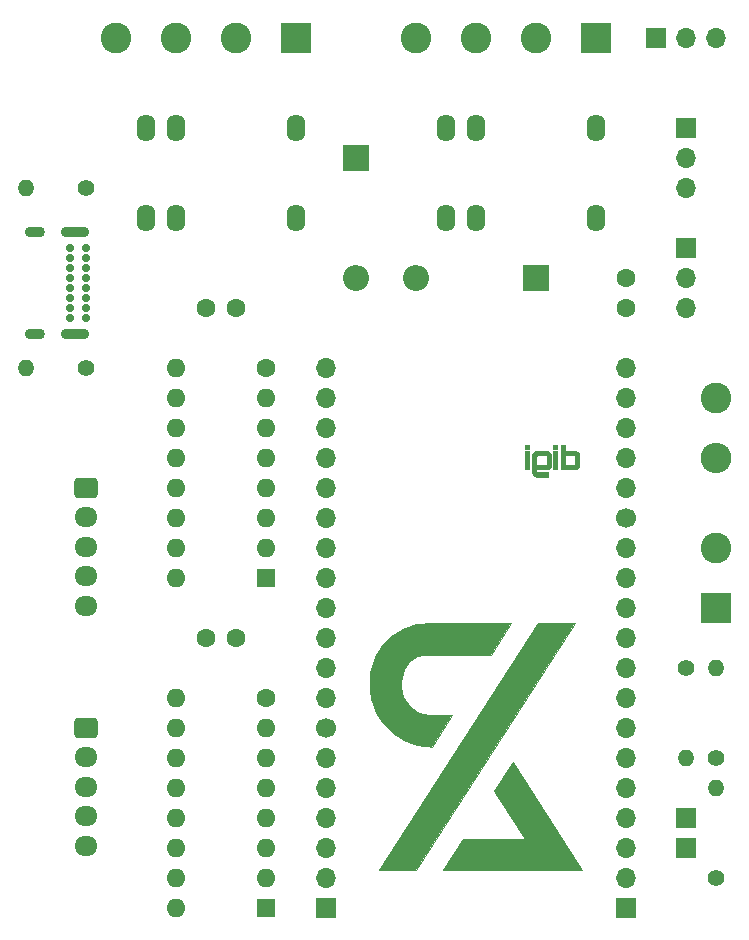
<source format=gbs>
G04 #@! TF.GenerationSoftware,KiCad,Pcbnew,(6.0.4)*
G04 #@! TF.CreationDate,2023-04-20T13:56:29+02:00*
G04 #@! TF.ProjectId,XRTL_PCB,5852544c-5f50-4434-922e-6b696361645f,1.0*
G04 #@! TF.SameCoordinates,Original*
G04 #@! TF.FileFunction,Soldermask,Bot*
G04 #@! TF.FilePolarity,Negative*
%FSLAX46Y46*%
G04 Gerber Fmt 4.6, Leading zero omitted, Abs format (unit mm)*
G04 Created by KiCad (PCBNEW (6.0.4)) date 2023-04-20 13:56:29*
%MOMM*%
%LPD*%
G01*
G04 APERTURE LIST*
G04 Aperture macros list*
%AMRoundRect*
0 Rectangle with rounded corners*
0 $1 Rounding radius*
0 $2 $3 $4 $5 $6 $7 $8 $9 X,Y pos of 4 corners*
0 Add a 4 corners polygon primitive as box body*
4,1,4,$2,$3,$4,$5,$6,$7,$8,$9,$2,$3,0*
0 Add four circle primitives for the rounded corners*
1,1,$1+$1,$2,$3*
1,1,$1+$1,$4,$5*
1,1,$1+$1,$6,$7*
1,1,$1+$1,$8,$9*
0 Add four rect primitives between the rounded corners*
20,1,$1+$1,$2,$3,$4,$5,0*
20,1,$1+$1,$4,$5,$6,$7,0*
20,1,$1+$1,$6,$7,$8,$9,0*
20,1,$1+$1,$8,$9,$2,$3,0*%
%AMHorizOval*
0 Thick line with rounded ends*
0 $1 width*
0 $2 $3 position (X,Y) of the first rounded end (center of the circle)*
0 $4 $5 position (X,Y) of the second rounded end (center of the circle)*
0 Add line between two ends*
20,1,$1,$2,$3,$4,$5,0*
0 Add two circle primitives to create the rounded ends*
1,1,$1,$2,$3*
1,1,$1,$4,$5*%
G04 Aperture macros list end*
%ADD10C,0.030000*%
%ADD11C,0.050000*%
%ADD12R,2.600000X2.600000*%
%ADD13C,2.600000*%
%ADD14C,1.400000*%
%ADD15O,1.400000X1.400000*%
%ADD16R,1.700000X1.700000*%
%ADD17C,1.600000*%
%ADD18O,1.600000X2.300000*%
%ADD19R,1.600000X1.600000*%
%ADD20O,1.600000X1.600000*%
%ADD21HorizOval,1.600000X0.000000X0.000000X0.000000X0.000000X0*%
%ADD22O,1.700000X1.700000*%
%ADD23HorizOval,1.700000X0.000000X0.000000X0.000000X0.000000X0*%
%ADD24RoundRect,0.250000X-0.725000X0.600000X-0.725000X-0.600000X0.725000X-0.600000X0.725000X0.600000X0*%
%ADD25O,1.950000X1.700000*%
%ADD26R,2.200000X2.200000*%
%ADD27O,2.200000X2.200000*%
%ADD28O,2.600000X2.600000*%
%ADD29C,0.700000*%
%ADD30O,1.700000X0.900000*%
%ADD31O,2.400000X0.900000*%
G04 APERTURE END LIST*
D10*
G36*
X109236335Y-123855123D02*
G01*
X106089117Y-123855123D01*
X119499522Y-102923936D01*
X122646741Y-102923936D01*
X109236335Y-123855123D01*
G37*
X109236335Y-123855123D02*
X106089117Y-123855123D01*
X119499522Y-102923936D01*
X122646741Y-102923936D01*
X109236335Y-123855123D01*
G36*
X115562520Y-105575061D02*
G01*
X110216614Y-105575061D01*
X110097892Y-105577706D01*
X109981396Y-105585619D01*
X109867214Y-105598763D01*
X109755433Y-105617105D01*
X109646140Y-105640610D01*
X109539423Y-105669242D01*
X109435368Y-105702966D01*
X109334064Y-105741749D01*
X109235596Y-105785554D01*
X109140052Y-105834348D01*
X109047520Y-105888095D01*
X108958087Y-105946760D01*
X108871839Y-106010308D01*
X108788865Y-106078705D01*
X108709250Y-106151916D01*
X108633084Y-106229905D01*
X108566862Y-106304724D01*
X108503657Y-106383268D01*
X108443511Y-106465452D01*
X108386463Y-106551188D01*
X108332554Y-106640389D01*
X108281826Y-106732968D01*
X108234318Y-106828837D01*
X108190072Y-106927909D01*
X108149127Y-107030098D01*
X108111526Y-107135315D01*
X108077308Y-107243474D01*
X108046515Y-107354488D01*
X108019186Y-107468269D01*
X107995363Y-107584730D01*
X107975086Y-107703783D01*
X107958396Y-107825343D01*
X107945687Y-107962964D01*
X107940250Y-108100318D01*
X107942010Y-108237137D01*
X107950893Y-108373154D01*
X107966821Y-108508101D01*
X107989720Y-108641711D01*
X108019513Y-108773717D01*
X108056126Y-108903850D01*
X108099483Y-109031844D01*
X108149508Y-109157432D01*
X108206126Y-109280345D01*
X108269260Y-109400316D01*
X108338837Y-109517078D01*
X108414779Y-109630364D01*
X108497011Y-109739905D01*
X108585458Y-109845436D01*
X108679454Y-109946062D01*
X108778206Y-110040997D01*
X108881445Y-110130131D01*
X108988906Y-110213351D01*
X109100320Y-110290549D01*
X109215419Y-110361613D01*
X109333937Y-110426434D01*
X109455606Y-110484900D01*
X109580159Y-110536902D01*
X109707327Y-110582328D01*
X109836845Y-110621069D01*
X109968443Y-110653014D01*
X110101856Y-110678052D01*
X110236814Y-110696073D01*
X110373052Y-110706967D01*
X110510302Y-110710623D01*
X112272426Y-110710623D01*
X110569835Y-113365717D01*
X110506335Y-113365717D01*
X110254587Y-113359590D01*
X110005560Y-113341394D01*
X109759558Y-113311410D01*
X109516884Y-113269917D01*
X109277840Y-113217195D01*
X109042730Y-113153524D01*
X108811856Y-113079183D01*
X108585522Y-112994453D01*
X108364031Y-112899613D01*
X108147685Y-112794943D01*
X107936789Y-112680722D01*
X107731644Y-112557232D01*
X107532554Y-112424750D01*
X107339822Y-112283557D01*
X107153751Y-112133934D01*
X106974644Y-111976159D01*
X106802803Y-111810512D01*
X106638533Y-111637273D01*
X106482136Y-111456723D01*
X106333915Y-111269140D01*
X106194173Y-111074804D01*
X106063213Y-110873996D01*
X105941339Y-110666995D01*
X105828853Y-110454081D01*
X105726057Y-110235534D01*
X105633257Y-110011632D01*
X105550753Y-109782657D01*
X105478850Y-109548888D01*
X105417850Y-109310605D01*
X105368057Y-109068088D01*
X105329773Y-108821615D01*
X105303302Y-108571468D01*
X105286491Y-108278248D01*
X105283597Y-107988209D01*
X105294494Y-107701739D01*
X105319053Y-107419228D01*
X105357145Y-107141066D01*
X105408644Y-106867642D01*
X105473421Y-106599345D01*
X105551349Y-106336566D01*
X105642299Y-106079693D01*
X105746143Y-105829116D01*
X105862754Y-105585225D01*
X105992004Y-105348409D01*
X106133765Y-105119057D01*
X106287908Y-104897560D01*
X106454307Y-104684307D01*
X106632833Y-104479687D01*
X106810578Y-104296745D01*
X106996811Y-104124553D01*
X107191183Y-103963256D01*
X107393345Y-103812999D01*
X107602948Y-103673927D01*
X107819644Y-103546186D01*
X108043084Y-103429920D01*
X108272919Y-103325276D01*
X108508800Y-103232399D01*
X108750378Y-103151434D01*
X108997305Y-103082527D01*
X109249232Y-103025822D01*
X109505809Y-102981465D01*
X109766688Y-102949602D01*
X110031521Y-102930377D01*
X110299958Y-102923936D01*
X117261145Y-102923936D01*
X115562520Y-105575061D01*
G37*
X115562520Y-105575061D02*
X110216614Y-105575061D01*
X110097892Y-105577706D01*
X109981396Y-105585619D01*
X109867214Y-105598763D01*
X109755433Y-105617105D01*
X109646140Y-105640610D01*
X109539423Y-105669242D01*
X109435368Y-105702966D01*
X109334064Y-105741749D01*
X109235596Y-105785554D01*
X109140052Y-105834348D01*
X109047520Y-105888095D01*
X108958087Y-105946760D01*
X108871839Y-106010308D01*
X108788865Y-106078705D01*
X108709250Y-106151916D01*
X108633084Y-106229905D01*
X108566862Y-106304724D01*
X108503657Y-106383268D01*
X108443511Y-106465452D01*
X108386463Y-106551188D01*
X108332554Y-106640389D01*
X108281826Y-106732968D01*
X108234318Y-106828837D01*
X108190072Y-106927909D01*
X108149127Y-107030098D01*
X108111526Y-107135315D01*
X108077308Y-107243474D01*
X108046515Y-107354488D01*
X108019186Y-107468269D01*
X107995363Y-107584730D01*
X107975086Y-107703783D01*
X107958396Y-107825343D01*
X107945687Y-107962964D01*
X107940250Y-108100318D01*
X107942010Y-108237137D01*
X107950893Y-108373154D01*
X107966821Y-108508101D01*
X107989720Y-108641711D01*
X108019513Y-108773717D01*
X108056126Y-108903850D01*
X108099483Y-109031844D01*
X108149508Y-109157432D01*
X108206126Y-109280345D01*
X108269260Y-109400316D01*
X108338837Y-109517078D01*
X108414779Y-109630364D01*
X108497011Y-109739905D01*
X108585458Y-109845436D01*
X108679454Y-109946062D01*
X108778206Y-110040997D01*
X108881445Y-110130131D01*
X108988906Y-110213351D01*
X109100320Y-110290549D01*
X109215419Y-110361613D01*
X109333937Y-110426434D01*
X109455606Y-110484900D01*
X109580159Y-110536902D01*
X109707327Y-110582328D01*
X109836845Y-110621069D01*
X109968443Y-110653014D01*
X110101856Y-110678052D01*
X110236814Y-110696073D01*
X110373052Y-110706967D01*
X110510302Y-110710623D01*
X112272426Y-110710623D01*
X110569835Y-113365717D01*
X110506335Y-113365717D01*
X110254587Y-113359590D01*
X110005560Y-113341394D01*
X109759558Y-113311410D01*
X109516884Y-113269917D01*
X109277840Y-113217195D01*
X109042730Y-113153524D01*
X108811856Y-113079183D01*
X108585522Y-112994453D01*
X108364031Y-112899613D01*
X108147685Y-112794943D01*
X107936789Y-112680722D01*
X107731644Y-112557232D01*
X107532554Y-112424750D01*
X107339822Y-112283557D01*
X107153751Y-112133934D01*
X106974644Y-111976159D01*
X106802803Y-111810512D01*
X106638533Y-111637273D01*
X106482136Y-111456723D01*
X106333915Y-111269140D01*
X106194173Y-111074804D01*
X106063213Y-110873996D01*
X105941339Y-110666995D01*
X105828853Y-110454081D01*
X105726057Y-110235534D01*
X105633257Y-110011632D01*
X105550753Y-109782657D01*
X105478850Y-109548888D01*
X105417850Y-109310605D01*
X105368057Y-109068088D01*
X105329773Y-108821615D01*
X105303302Y-108571468D01*
X105286491Y-108278248D01*
X105283597Y-107988209D01*
X105294494Y-107701739D01*
X105319053Y-107419228D01*
X105357145Y-107141066D01*
X105408644Y-106867642D01*
X105473421Y-106599345D01*
X105551349Y-106336566D01*
X105642299Y-106079693D01*
X105746143Y-105829116D01*
X105862754Y-105585225D01*
X105992004Y-105348409D01*
X106133765Y-105119057D01*
X106287908Y-104897560D01*
X106454307Y-104684307D01*
X106632833Y-104479687D01*
X106810578Y-104296745D01*
X106996811Y-104124553D01*
X107191183Y-103963256D01*
X107393345Y-103812999D01*
X107602948Y-103673927D01*
X107819644Y-103546186D01*
X108043084Y-103429920D01*
X108272919Y-103325276D01*
X108508800Y-103232399D01*
X108750378Y-103151434D01*
X108997305Y-103082527D01*
X109249232Y-103025822D01*
X109505809Y-102981465D01*
X109766688Y-102949602D01*
X110031521Y-102930377D01*
X110299958Y-102923936D01*
X117261145Y-102923936D01*
X115562520Y-105575061D01*
D11*
G36*
X118781949Y-89903212D02*
G01*
X118438818Y-89903212D01*
X118438818Y-88368077D01*
X118781949Y-88368077D01*
X118781949Y-89903212D01*
G37*
X118781949Y-89903212D02*
X118438818Y-89903212D01*
X118438818Y-88368077D01*
X118781949Y-88368077D01*
X118781949Y-89903212D01*
G36*
X120618007Y-89553125D02*
G01*
X120617472Y-89565331D01*
X120616577Y-89577404D01*
X120615322Y-89589342D01*
X120613702Y-89601142D01*
X120611718Y-89612803D01*
X120609366Y-89624323D01*
X120606644Y-89635700D01*
X120603551Y-89646931D01*
X120600085Y-89658015D01*
X120596243Y-89668949D01*
X120592024Y-89679732D01*
X120587425Y-89690362D01*
X120582445Y-89700836D01*
X120577081Y-89711153D01*
X120571332Y-89721310D01*
X120564744Y-89731517D01*
X120557899Y-89741467D01*
X120550800Y-89751163D01*
X120543448Y-89760606D01*
X120535846Y-89769799D01*
X120527996Y-89778744D01*
X120519900Y-89787442D01*
X120511559Y-89795897D01*
X120502977Y-89804109D01*
X120494154Y-89812081D01*
X120485092Y-89819814D01*
X120475795Y-89827312D01*
X120466263Y-89834575D01*
X120456500Y-89841606D01*
X120446506Y-89848407D01*
X120436284Y-89854980D01*
X120425642Y-89860745D01*
X120414900Y-89866153D01*
X120404058Y-89871201D01*
X120393113Y-89875888D01*
X120382063Y-89880211D01*
X120370905Y-89884169D01*
X120359639Y-89887760D01*
X120348262Y-89890981D01*
X120336772Y-89893831D01*
X120325166Y-89896308D01*
X120313444Y-89898409D01*
X120301602Y-89900132D01*
X120289640Y-89901477D01*
X120277554Y-89902439D01*
X120265343Y-89903018D01*
X120253005Y-89903212D01*
X119406890Y-89903212D01*
X119406890Y-90127832D01*
X119406923Y-90129866D01*
X119407024Y-90131834D01*
X119407199Y-90133733D01*
X119407449Y-90135562D01*
X119407781Y-90137317D01*
X119407979Y-90138167D01*
X119408198Y-90138999D01*
X119408439Y-90139811D01*
X119408703Y-90140603D01*
X119408990Y-90141376D01*
X119409301Y-90142129D01*
X119409636Y-90142862D01*
X119409996Y-90143574D01*
X119410381Y-90144265D01*
X119410792Y-90144936D01*
X119411229Y-90145586D01*
X119411693Y-90146214D01*
X119412184Y-90146820D01*
X119412703Y-90147404D01*
X119413250Y-90147966D01*
X119413826Y-90148506D01*
X119414431Y-90149023D01*
X119415066Y-90149517D01*
X119415732Y-90149988D01*
X119416428Y-90150435D01*
X119417155Y-90150859D01*
X119417914Y-90151258D01*
X119418736Y-90152291D01*
X119419650Y-90153315D01*
X119420648Y-90154323D01*
X119421725Y-90155306D01*
X119422875Y-90156258D01*
X119424091Y-90157169D01*
X119425368Y-90158031D01*
X119426699Y-90158838D01*
X119428079Y-90159579D01*
X119429501Y-90160248D01*
X119430959Y-90160836D01*
X119432448Y-90161335D01*
X119433961Y-90161738D01*
X119435492Y-90162035D01*
X119437035Y-90162219D01*
X119438585Y-90162283D01*
X120364626Y-90162283D01*
X120364626Y-90509548D01*
X119424804Y-90509548D01*
X119411981Y-90509355D01*
X119399348Y-90508776D01*
X119386901Y-90507813D01*
X119374635Y-90506469D01*
X119362547Y-90504746D01*
X119350632Y-90502645D01*
X119338887Y-90500168D01*
X119327308Y-90497318D01*
X119315890Y-90494097D01*
X119304630Y-90490506D01*
X119293522Y-90486548D01*
X119282565Y-90482224D01*
X119271752Y-90477538D01*
X119261081Y-90472489D01*
X119250548Y-90467082D01*
X119240147Y-90461317D01*
X119229956Y-90454760D01*
X119220050Y-90448002D01*
X119210422Y-90441039D01*
X119201067Y-90433864D01*
X119191978Y-90426471D01*
X119183150Y-90418853D01*
X119174576Y-90411006D01*
X119166250Y-90402923D01*
X119158166Y-90394597D01*
X119150319Y-90386023D01*
X119142702Y-90377194D01*
X119135309Y-90368106D01*
X119128133Y-90358750D01*
X119121170Y-90349123D01*
X119114413Y-90339216D01*
X119107856Y-90329025D01*
X119102091Y-90318625D01*
X119096683Y-90308096D01*
X119091635Y-90297438D01*
X119086948Y-90286651D01*
X119082625Y-90275734D01*
X119078666Y-90264688D01*
X119075076Y-90253513D01*
X119071854Y-90242209D01*
X119069004Y-90230775D01*
X119066528Y-90219213D01*
X119064427Y-90207521D01*
X119062703Y-90195700D01*
X119061359Y-90183750D01*
X119060397Y-90171671D01*
X119059818Y-90159462D01*
X119059624Y-90147124D01*
X119059624Y-89524251D01*
X119406890Y-89524251D01*
X119406923Y-89526286D01*
X119407024Y-89528256D01*
X119407199Y-89530161D01*
X119407449Y-89532002D01*
X119407781Y-89533779D01*
X119408198Y-89535491D01*
X119408703Y-89537138D01*
X119408990Y-89537937D01*
X119409301Y-89538720D01*
X119409636Y-89539487D01*
X119409996Y-89540238D01*
X119410381Y-89540973D01*
X119410792Y-89541692D01*
X119411229Y-89542394D01*
X119411693Y-89543081D01*
X119412184Y-89543751D01*
X119412703Y-89544405D01*
X119413250Y-89545043D01*
X119413826Y-89545664D01*
X119414431Y-89546270D01*
X119415066Y-89546859D01*
X119415732Y-89547433D01*
X119416428Y-89547990D01*
X119417155Y-89548531D01*
X119417914Y-89549056D01*
X119418736Y-89550072D01*
X119419650Y-89551053D01*
X119420648Y-89551993D01*
X119421725Y-89552888D01*
X119422875Y-89553735D01*
X119424091Y-89554530D01*
X119425368Y-89555268D01*
X119426699Y-89555946D01*
X119428079Y-89556559D01*
X119429501Y-89557103D01*
X119430959Y-89557575D01*
X119432448Y-89557970D01*
X119433961Y-89558284D01*
X119435492Y-89558514D01*
X119437035Y-89558654D01*
X119438585Y-89558702D01*
X120240603Y-89558702D01*
X120242395Y-89558654D01*
X120244153Y-89558514D01*
X120245874Y-89558284D01*
X120247557Y-89557970D01*
X120249200Y-89557575D01*
X120250801Y-89557103D01*
X120252357Y-89556559D01*
X120253866Y-89555946D01*
X120255327Y-89555268D01*
X120256738Y-89554530D01*
X120258096Y-89553735D01*
X120259400Y-89552888D01*
X120260647Y-89551993D01*
X120261836Y-89551053D01*
X120262964Y-89550072D01*
X120264029Y-89549056D01*
X120265062Y-89547990D01*
X120266086Y-89546859D01*
X120267094Y-89545664D01*
X120268077Y-89544405D01*
X120269029Y-89543081D01*
X120269940Y-89541692D01*
X120270802Y-89540238D01*
X120271609Y-89538720D01*
X120272350Y-89537138D01*
X120273019Y-89535491D01*
X120273607Y-89533779D01*
X120274106Y-89532002D01*
X120274509Y-89530161D01*
X120274806Y-89528256D01*
X120274990Y-89526286D01*
X120275054Y-89524251D01*
X120275054Y-88749793D01*
X120275038Y-88748768D01*
X120274990Y-88747759D01*
X120274913Y-88746767D01*
X120274806Y-88745791D01*
X120274671Y-88744833D01*
X120274509Y-88743892D01*
X120274320Y-88742969D01*
X120274106Y-88742064D01*
X120273868Y-88741176D01*
X120273607Y-88740308D01*
X120273324Y-88739458D01*
X120273019Y-88738627D01*
X120272694Y-88737815D01*
X120272350Y-88737022D01*
X120271609Y-88735496D01*
X120270802Y-88734051D01*
X120269940Y-88732689D01*
X120269029Y-88731412D01*
X120268077Y-88730221D01*
X120267094Y-88729119D01*
X120266086Y-88728108D01*
X120265062Y-88727190D01*
X120264029Y-88726367D01*
X120262964Y-88725335D01*
X120261836Y-88724311D01*
X120260647Y-88723303D01*
X120259400Y-88722319D01*
X120258096Y-88721367D01*
X120256738Y-88720456D01*
X120255327Y-88719594D01*
X120253866Y-88718788D01*
X120252357Y-88718046D01*
X120250801Y-88717377D01*
X120249200Y-88716789D01*
X120247557Y-88716290D01*
X120245874Y-88715888D01*
X120244153Y-88715590D01*
X120242395Y-88715406D01*
X120240603Y-88715343D01*
X119438585Y-88715343D01*
X119437810Y-88715359D01*
X119437035Y-88715406D01*
X119436263Y-88715483D01*
X119435492Y-88715590D01*
X119434725Y-88715725D01*
X119433961Y-88715888D01*
X119433202Y-88716076D01*
X119432448Y-88716290D01*
X119430959Y-88716789D01*
X119429501Y-88717377D01*
X119428079Y-88718046D01*
X119426699Y-88718788D01*
X119425368Y-88719594D01*
X119424091Y-88720456D01*
X119422875Y-88721367D01*
X119421725Y-88722319D01*
X119420648Y-88723303D01*
X119419650Y-88724311D01*
X119418736Y-88725335D01*
X119417914Y-88726367D01*
X119416428Y-88727190D01*
X119415066Y-88728108D01*
X119413826Y-88729119D01*
X119412703Y-88730221D01*
X119411693Y-88731412D01*
X119410792Y-88732689D01*
X119409996Y-88734051D01*
X119409301Y-88735496D01*
X119408703Y-88737022D01*
X119408198Y-88738627D01*
X119407781Y-88740308D01*
X119407449Y-88742064D01*
X119407199Y-88743892D01*
X119407024Y-88745791D01*
X119406923Y-88747759D01*
X119406890Y-88749793D01*
X119406890Y-89524251D01*
X119059624Y-89524251D01*
X119059624Y-88733257D01*
X119059818Y-88720919D01*
X119060402Y-88708711D01*
X119061377Y-88696631D01*
X119062746Y-88684681D01*
X119064511Y-88672860D01*
X119066673Y-88661168D01*
X119069235Y-88649606D01*
X119072199Y-88638172D01*
X119075566Y-88626868D01*
X119079339Y-88615693D01*
X119083520Y-88604647D01*
X119088111Y-88593731D01*
X119093113Y-88582943D01*
X119098529Y-88572285D01*
X119104361Y-88561756D01*
X119110611Y-88551356D01*
X119116684Y-88541392D01*
X119123016Y-88531654D01*
X119129612Y-88522143D01*
X119136471Y-88512857D01*
X119143597Y-88503798D01*
X119150992Y-88494964D01*
X119158657Y-88486357D01*
X119166594Y-88477975D01*
X119174806Y-88469820D01*
X119183295Y-88461891D01*
X119192062Y-88454188D01*
X119201110Y-88446711D01*
X119210440Y-88439460D01*
X119220055Y-88432436D01*
X119229957Y-88425637D01*
X119240147Y-88419064D01*
X119250548Y-88413269D01*
X119261081Y-88407774D01*
X119271752Y-88402589D01*
X119282565Y-88397726D01*
X119293522Y-88393194D01*
X119304630Y-88389003D01*
X119315890Y-88385163D01*
X119327308Y-88381685D01*
X119338887Y-88378578D01*
X119350632Y-88375853D01*
X119362547Y-88373519D01*
X119374635Y-88371587D01*
X119386901Y-88370066D01*
X119399348Y-88368968D01*
X119411981Y-88368301D01*
X119424804Y-88368077D01*
X120253005Y-88368077D01*
X120265343Y-88368301D01*
X120277554Y-88368968D01*
X120289640Y-88370066D01*
X120301602Y-88371587D01*
X120313444Y-88373519D01*
X120325166Y-88375853D01*
X120336772Y-88378578D01*
X120348262Y-88381685D01*
X120359639Y-88385163D01*
X120370905Y-88389003D01*
X120382063Y-88393194D01*
X120393113Y-88397726D01*
X120404058Y-88402589D01*
X120414900Y-88407774D01*
X120425642Y-88413269D01*
X120436284Y-88419064D01*
X120446506Y-88425637D01*
X120456500Y-88432436D01*
X120466263Y-88439460D01*
X120475795Y-88446711D01*
X120485092Y-88454188D01*
X120494154Y-88461891D01*
X120502977Y-88469820D01*
X120511559Y-88477975D01*
X120519900Y-88486357D01*
X120527996Y-88494964D01*
X120535846Y-88503798D01*
X120543448Y-88512857D01*
X120550800Y-88522143D01*
X120557899Y-88531654D01*
X120564744Y-88541392D01*
X120571332Y-88551356D01*
X120577081Y-88561756D01*
X120582445Y-88572285D01*
X120587425Y-88582943D01*
X120592024Y-88593731D01*
X120596243Y-88604647D01*
X120600085Y-88615693D01*
X120603551Y-88626868D01*
X120606644Y-88638172D01*
X120609366Y-88649606D01*
X120611718Y-88661168D01*
X120613702Y-88672860D01*
X120615322Y-88684681D01*
X120616577Y-88696631D01*
X120617472Y-88708711D01*
X120618007Y-88720919D01*
X120618185Y-88733257D01*
X120618185Y-89540787D01*
X120618007Y-89553125D01*
G37*
X120618007Y-89553125D02*
X120617472Y-89565331D01*
X120616577Y-89577404D01*
X120615322Y-89589342D01*
X120613702Y-89601142D01*
X120611718Y-89612803D01*
X120609366Y-89624323D01*
X120606644Y-89635700D01*
X120603551Y-89646931D01*
X120600085Y-89658015D01*
X120596243Y-89668949D01*
X120592024Y-89679732D01*
X120587425Y-89690362D01*
X120582445Y-89700836D01*
X120577081Y-89711153D01*
X120571332Y-89721310D01*
X120564744Y-89731517D01*
X120557899Y-89741467D01*
X120550800Y-89751163D01*
X120543448Y-89760606D01*
X120535846Y-89769799D01*
X120527996Y-89778744D01*
X120519900Y-89787442D01*
X120511559Y-89795897D01*
X120502977Y-89804109D01*
X120494154Y-89812081D01*
X120485092Y-89819814D01*
X120475795Y-89827312D01*
X120466263Y-89834575D01*
X120456500Y-89841606D01*
X120446506Y-89848407D01*
X120436284Y-89854980D01*
X120425642Y-89860745D01*
X120414900Y-89866153D01*
X120404058Y-89871201D01*
X120393113Y-89875888D01*
X120382063Y-89880211D01*
X120370905Y-89884169D01*
X120359639Y-89887760D01*
X120348262Y-89890981D01*
X120336772Y-89893831D01*
X120325166Y-89896308D01*
X120313444Y-89898409D01*
X120301602Y-89900132D01*
X120289640Y-89901477D01*
X120277554Y-89902439D01*
X120265343Y-89903018D01*
X120253005Y-89903212D01*
X119406890Y-89903212D01*
X119406890Y-90127832D01*
X119406923Y-90129866D01*
X119407024Y-90131834D01*
X119407199Y-90133733D01*
X119407449Y-90135562D01*
X119407781Y-90137317D01*
X119407979Y-90138167D01*
X119408198Y-90138999D01*
X119408439Y-90139811D01*
X119408703Y-90140603D01*
X119408990Y-90141376D01*
X119409301Y-90142129D01*
X119409636Y-90142862D01*
X119409996Y-90143574D01*
X119410381Y-90144265D01*
X119410792Y-90144936D01*
X119411229Y-90145586D01*
X119411693Y-90146214D01*
X119412184Y-90146820D01*
X119412703Y-90147404D01*
X119413250Y-90147966D01*
X119413826Y-90148506D01*
X119414431Y-90149023D01*
X119415066Y-90149517D01*
X119415732Y-90149988D01*
X119416428Y-90150435D01*
X119417155Y-90150859D01*
X119417914Y-90151258D01*
X119418736Y-90152291D01*
X119419650Y-90153315D01*
X119420648Y-90154323D01*
X119421725Y-90155306D01*
X119422875Y-90156258D01*
X119424091Y-90157169D01*
X119425368Y-90158031D01*
X119426699Y-90158838D01*
X119428079Y-90159579D01*
X119429501Y-90160248D01*
X119430959Y-90160836D01*
X119432448Y-90161335D01*
X119433961Y-90161738D01*
X119435492Y-90162035D01*
X119437035Y-90162219D01*
X119438585Y-90162283D01*
X120364626Y-90162283D01*
X120364626Y-90509548D01*
X119424804Y-90509548D01*
X119411981Y-90509355D01*
X119399348Y-90508776D01*
X119386901Y-90507813D01*
X119374635Y-90506469D01*
X119362547Y-90504746D01*
X119350632Y-90502645D01*
X119338887Y-90500168D01*
X119327308Y-90497318D01*
X119315890Y-90494097D01*
X119304630Y-90490506D01*
X119293522Y-90486548D01*
X119282565Y-90482224D01*
X119271752Y-90477538D01*
X119261081Y-90472489D01*
X119250548Y-90467082D01*
X119240147Y-90461317D01*
X119229956Y-90454760D01*
X119220050Y-90448002D01*
X119210422Y-90441039D01*
X119201067Y-90433864D01*
X119191978Y-90426471D01*
X119183150Y-90418853D01*
X119174576Y-90411006D01*
X119166250Y-90402923D01*
X119158166Y-90394597D01*
X119150319Y-90386023D01*
X119142702Y-90377194D01*
X119135309Y-90368106D01*
X119128133Y-90358750D01*
X119121170Y-90349123D01*
X119114413Y-90339216D01*
X119107856Y-90329025D01*
X119102091Y-90318625D01*
X119096683Y-90308096D01*
X119091635Y-90297438D01*
X119086948Y-90286651D01*
X119082625Y-90275734D01*
X119078666Y-90264688D01*
X119075076Y-90253513D01*
X119071854Y-90242209D01*
X119069004Y-90230775D01*
X119066528Y-90219213D01*
X119064427Y-90207521D01*
X119062703Y-90195700D01*
X119061359Y-90183750D01*
X119060397Y-90171671D01*
X119059818Y-90159462D01*
X119059624Y-90147124D01*
X119059624Y-89524251D01*
X119406890Y-89524251D01*
X119406923Y-89526286D01*
X119407024Y-89528256D01*
X119407199Y-89530161D01*
X119407449Y-89532002D01*
X119407781Y-89533779D01*
X119408198Y-89535491D01*
X119408703Y-89537138D01*
X119408990Y-89537937D01*
X119409301Y-89538720D01*
X119409636Y-89539487D01*
X119409996Y-89540238D01*
X119410381Y-89540973D01*
X119410792Y-89541692D01*
X119411229Y-89542394D01*
X119411693Y-89543081D01*
X119412184Y-89543751D01*
X119412703Y-89544405D01*
X119413250Y-89545043D01*
X119413826Y-89545664D01*
X119414431Y-89546270D01*
X119415066Y-89546859D01*
X119415732Y-89547433D01*
X119416428Y-89547990D01*
X119417155Y-89548531D01*
X119417914Y-89549056D01*
X119418736Y-89550072D01*
X119419650Y-89551053D01*
X119420648Y-89551993D01*
X119421725Y-89552888D01*
X119422875Y-89553735D01*
X119424091Y-89554530D01*
X119425368Y-89555268D01*
X119426699Y-89555946D01*
X119428079Y-89556559D01*
X119429501Y-89557103D01*
X119430959Y-89557575D01*
X119432448Y-89557970D01*
X119433961Y-89558284D01*
X119435492Y-89558514D01*
X119437035Y-89558654D01*
X119438585Y-89558702D01*
X120240603Y-89558702D01*
X120242395Y-89558654D01*
X120244153Y-89558514D01*
X120245874Y-89558284D01*
X120247557Y-89557970D01*
X120249200Y-89557575D01*
X120250801Y-89557103D01*
X120252357Y-89556559D01*
X120253866Y-89555946D01*
X120255327Y-89555268D01*
X120256738Y-89554530D01*
X120258096Y-89553735D01*
X120259400Y-89552888D01*
X120260647Y-89551993D01*
X120261836Y-89551053D01*
X120262964Y-89550072D01*
X120264029Y-89549056D01*
X120265062Y-89547990D01*
X120266086Y-89546859D01*
X120267094Y-89545664D01*
X120268077Y-89544405D01*
X120269029Y-89543081D01*
X120269940Y-89541692D01*
X120270802Y-89540238D01*
X120271609Y-89538720D01*
X120272350Y-89537138D01*
X120273019Y-89535491D01*
X120273607Y-89533779D01*
X120274106Y-89532002D01*
X120274509Y-89530161D01*
X120274806Y-89528256D01*
X120274990Y-89526286D01*
X120275054Y-89524251D01*
X120275054Y-88749793D01*
X120275038Y-88748768D01*
X120274990Y-88747759D01*
X120274913Y-88746767D01*
X120274806Y-88745791D01*
X120274671Y-88744833D01*
X120274509Y-88743892D01*
X120274320Y-88742969D01*
X120274106Y-88742064D01*
X120273868Y-88741176D01*
X120273607Y-88740308D01*
X120273324Y-88739458D01*
X120273019Y-88738627D01*
X120272694Y-88737815D01*
X120272350Y-88737022D01*
X120271609Y-88735496D01*
X120270802Y-88734051D01*
X120269940Y-88732689D01*
X120269029Y-88731412D01*
X120268077Y-88730221D01*
X120267094Y-88729119D01*
X120266086Y-88728108D01*
X120265062Y-88727190D01*
X120264029Y-88726367D01*
X120262964Y-88725335D01*
X120261836Y-88724311D01*
X120260647Y-88723303D01*
X120259400Y-88722319D01*
X120258096Y-88721367D01*
X120256738Y-88720456D01*
X120255327Y-88719594D01*
X120253866Y-88718788D01*
X120252357Y-88718046D01*
X120250801Y-88717377D01*
X120249200Y-88716789D01*
X120247557Y-88716290D01*
X120245874Y-88715888D01*
X120244153Y-88715590D01*
X120242395Y-88715406D01*
X120240603Y-88715343D01*
X119438585Y-88715343D01*
X119437810Y-88715359D01*
X119437035Y-88715406D01*
X119436263Y-88715483D01*
X119435492Y-88715590D01*
X119434725Y-88715725D01*
X119433961Y-88715888D01*
X119433202Y-88716076D01*
X119432448Y-88716290D01*
X119430959Y-88716789D01*
X119429501Y-88717377D01*
X119428079Y-88718046D01*
X119426699Y-88718788D01*
X119425368Y-88719594D01*
X119424091Y-88720456D01*
X119422875Y-88721367D01*
X119421725Y-88722319D01*
X119420648Y-88723303D01*
X119419650Y-88724311D01*
X119418736Y-88725335D01*
X119417914Y-88726367D01*
X119416428Y-88727190D01*
X119415066Y-88728108D01*
X119413826Y-88729119D01*
X119412703Y-88730221D01*
X119411693Y-88731412D01*
X119410792Y-88732689D01*
X119409996Y-88734051D01*
X119409301Y-88735496D01*
X119408703Y-88737022D01*
X119408198Y-88738627D01*
X119407781Y-88740308D01*
X119407449Y-88742064D01*
X119407199Y-88743892D01*
X119407024Y-88745791D01*
X119406923Y-88747759D01*
X119406890Y-88749793D01*
X119406890Y-89524251D01*
X119059624Y-89524251D01*
X119059624Y-88733257D01*
X119059818Y-88720919D01*
X119060402Y-88708711D01*
X119061377Y-88696631D01*
X119062746Y-88684681D01*
X119064511Y-88672860D01*
X119066673Y-88661168D01*
X119069235Y-88649606D01*
X119072199Y-88638172D01*
X119075566Y-88626868D01*
X119079339Y-88615693D01*
X119083520Y-88604647D01*
X119088111Y-88593731D01*
X119093113Y-88582943D01*
X119098529Y-88572285D01*
X119104361Y-88561756D01*
X119110611Y-88551356D01*
X119116684Y-88541392D01*
X119123016Y-88531654D01*
X119129612Y-88522143D01*
X119136471Y-88512857D01*
X119143597Y-88503798D01*
X119150992Y-88494964D01*
X119158657Y-88486357D01*
X119166594Y-88477975D01*
X119174806Y-88469820D01*
X119183295Y-88461891D01*
X119192062Y-88454188D01*
X119201110Y-88446711D01*
X119210440Y-88439460D01*
X119220055Y-88432436D01*
X119229957Y-88425637D01*
X119240147Y-88419064D01*
X119250548Y-88413269D01*
X119261081Y-88407774D01*
X119271752Y-88402589D01*
X119282565Y-88397726D01*
X119293522Y-88393194D01*
X119304630Y-88389003D01*
X119315890Y-88385163D01*
X119327308Y-88381685D01*
X119338887Y-88378578D01*
X119350632Y-88375853D01*
X119362547Y-88373519D01*
X119374635Y-88371587D01*
X119386901Y-88370066D01*
X119399348Y-88368968D01*
X119411981Y-88368301D01*
X119424804Y-88368077D01*
X120253005Y-88368077D01*
X120265343Y-88368301D01*
X120277554Y-88368968D01*
X120289640Y-88370066D01*
X120301602Y-88371587D01*
X120313444Y-88373519D01*
X120325166Y-88375853D01*
X120336772Y-88378578D01*
X120348262Y-88381685D01*
X120359639Y-88385163D01*
X120370905Y-88389003D01*
X120382063Y-88393194D01*
X120393113Y-88397726D01*
X120404058Y-88402589D01*
X120414900Y-88407774D01*
X120425642Y-88413269D01*
X120436284Y-88419064D01*
X120446506Y-88425637D01*
X120456500Y-88432436D01*
X120466263Y-88439460D01*
X120475795Y-88446711D01*
X120485092Y-88454188D01*
X120494154Y-88461891D01*
X120502977Y-88469820D01*
X120511559Y-88477975D01*
X120519900Y-88486357D01*
X120527996Y-88494964D01*
X120535846Y-88503798D01*
X120543448Y-88512857D01*
X120550800Y-88522143D01*
X120557899Y-88531654D01*
X120564744Y-88541392D01*
X120571332Y-88551356D01*
X120577081Y-88561756D01*
X120582445Y-88572285D01*
X120587425Y-88582943D01*
X120592024Y-88593731D01*
X120596243Y-88604647D01*
X120600085Y-88615693D01*
X120603551Y-88626868D01*
X120606644Y-88638172D01*
X120609366Y-88649606D01*
X120611718Y-88661168D01*
X120613702Y-88672860D01*
X120615322Y-88684681D01*
X120616577Y-88696631D01*
X120617472Y-88708711D01*
X120618007Y-88720919D01*
X120618185Y-88733257D01*
X120618185Y-89540787D01*
X120618007Y-89553125D01*
G36*
X121176291Y-89903212D02*
G01*
X120833159Y-89903212D01*
X120833159Y-88368077D01*
X121176291Y-88368077D01*
X121176291Y-89903212D01*
G37*
X121176291Y-89903212D02*
X120833159Y-89903212D01*
X120833159Y-88368077D01*
X121176291Y-88368077D01*
X121176291Y-89903212D01*
D10*
G36*
X123305553Y-123855123D02*
G01*
X120126585Y-123855123D01*
X120118648Y-123847186D01*
X111470743Y-123823373D01*
X113177306Y-121176217D01*
X118451772Y-121188121D01*
X115828428Y-117092372D01*
X117404022Y-114635716D01*
X123305553Y-123855123D01*
G37*
X123305553Y-123855123D02*
X120126585Y-123855123D01*
X120118648Y-123847186D01*
X111470743Y-123823373D01*
X113177306Y-121176217D01*
X118451772Y-121188121D01*
X115828428Y-117092372D01*
X117404022Y-114635716D01*
X123305553Y-123855123D01*
D11*
G36*
X118781949Y-88215115D02*
G01*
X118438818Y-88215115D01*
X118438818Y-87866471D01*
X118781949Y-87866471D01*
X118781949Y-88215115D01*
G37*
X118781949Y-88215115D02*
X118438818Y-88215115D01*
X118438818Y-87866471D01*
X118781949Y-87866471D01*
X118781949Y-88215115D01*
G36*
X121176291Y-88215115D02*
G01*
X120833159Y-88215115D01*
X120833159Y-87866471D01*
X121176291Y-87866471D01*
X121176291Y-88215115D01*
G37*
X121176291Y-88215115D02*
X120833159Y-88215115D01*
X120833159Y-87866471D01*
X121176291Y-87866471D01*
X121176291Y-88215115D01*
G36*
X123018190Y-89553125D02*
G01*
X123017611Y-89565331D01*
X123016648Y-89577404D01*
X123015304Y-89589342D01*
X123013580Y-89601142D01*
X123011479Y-89612803D01*
X123009003Y-89624323D01*
X123006153Y-89635700D01*
X123002932Y-89646931D01*
X122999341Y-89658015D01*
X122995383Y-89668949D01*
X122991059Y-89679732D01*
X122986372Y-89690362D01*
X122981324Y-89700836D01*
X122975916Y-89711153D01*
X122970152Y-89721310D01*
X122963609Y-89731517D01*
X122956893Y-89741467D01*
X122949992Y-89751163D01*
X122942892Y-89760606D01*
X122935583Y-89769799D01*
X122928052Y-89778744D01*
X122920286Y-89787442D01*
X122912274Y-89795897D01*
X122904004Y-89804109D01*
X122895463Y-89812081D01*
X122886640Y-89819814D01*
X122877522Y-89827312D01*
X122868097Y-89834575D01*
X122858353Y-89841606D01*
X122848278Y-89848407D01*
X122837860Y-89854980D01*
X122827460Y-89860745D01*
X122816931Y-89866153D01*
X122806273Y-89871201D01*
X122795485Y-89875888D01*
X122784569Y-89880211D01*
X122773523Y-89884169D01*
X122762348Y-89887760D01*
X122751044Y-89890981D01*
X122739610Y-89893831D01*
X122728048Y-89896308D01*
X122716356Y-89898409D01*
X122704535Y-89900132D01*
X122692585Y-89901477D01*
X122680505Y-89902439D01*
X122668297Y-89903018D01*
X122655959Y-89903212D01*
X121459822Y-89903212D01*
X121459822Y-89524251D01*
X121805709Y-89524251D01*
X121805742Y-89526286D01*
X121805839Y-89528256D01*
X121806000Y-89530161D01*
X121806226Y-89532002D01*
X121806517Y-89533779D01*
X121806872Y-89535491D01*
X121807292Y-89537138D01*
X121807777Y-89538720D01*
X121808326Y-89540238D01*
X121808939Y-89541692D01*
X121809618Y-89543081D01*
X121810360Y-89544405D01*
X121811168Y-89545664D01*
X121812040Y-89546859D01*
X121812976Y-89547990D01*
X121813978Y-89549056D01*
X121817078Y-89551053D01*
X121818629Y-89551993D01*
X121820179Y-89552888D01*
X121821729Y-89553735D01*
X121823279Y-89554530D01*
X121824830Y-89555268D01*
X121826380Y-89555946D01*
X121827930Y-89556559D01*
X121829481Y-89557103D01*
X121831031Y-89557575D01*
X121832581Y-89557970D01*
X121834132Y-89558284D01*
X121835682Y-89558514D01*
X121837232Y-89558654D01*
X121838782Y-89558702D01*
X122636666Y-89558702D01*
X122638701Y-89558654D01*
X122640671Y-89558514D01*
X122642577Y-89558284D01*
X122644418Y-89557970D01*
X122646194Y-89557575D01*
X122647906Y-89557103D01*
X122649553Y-89556559D01*
X122651136Y-89555946D01*
X122652654Y-89555268D01*
X122654107Y-89554530D01*
X122655496Y-89553735D01*
X122656820Y-89552888D01*
X122658080Y-89551993D01*
X122659275Y-89551053D01*
X122660405Y-89550072D01*
X122661471Y-89549056D01*
X122663073Y-89546859D01*
X122664722Y-89544405D01*
X122665540Y-89543081D01*
X122666340Y-89541692D01*
X122667111Y-89540238D01*
X122667845Y-89538720D01*
X122668529Y-89537138D01*
X122669155Y-89535491D01*
X122669713Y-89533779D01*
X122670192Y-89532002D01*
X122670581Y-89530161D01*
X122670872Y-89528256D01*
X122671054Y-89526286D01*
X122671117Y-89524251D01*
X122671117Y-88749793D01*
X122671101Y-88748768D01*
X122671054Y-88747759D01*
X122670978Y-88746767D01*
X122670872Y-88745791D01*
X122670740Y-88744833D01*
X122670581Y-88743892D01*
X122670398Y-88742969D01*
X122670192Y-88742064D01*
X122669963Y-88741176D01*
X122669713Y-88740308D01*
X122669155Y-88738627D01*
X122668529Y-88737022D01*
X122667845Y-88735496D01*
X122667111Y-88734051D01*
X122666340Y-88732689D01*
X122665540Y-88731412D01*
X122664722Y-88730221D01*
X122663896Y-88729119D01*
X122663073Y-88728108D01*
X122662261Y-88727190D01*
X122661471Y-88726367D01*
X122660405Y-88725335D01*
X122659275Y-88724311D01*
X122658080Y-88723303D01*
X122656820Y-88722319D01*
X122655496Y-88721367D01*
X122654107Y-88720456D01*
X122652654Y-88719594D01*
X122651136Y-88718788D01*
X122649553Y-88718046D01*
X122647906Y-88717377D01*
X122646194Y-88716789D01*
X122644418Y-88716290D01*
X122642577Y-88715888D01*
X122640671Y-88715590D01*
X122638701Y-88715406D01*
X122636666Y-88715343D01*
X121838782Y-88715343D01*
X121837232Y-88715406D01*
X121835682Y-88715590D01*
X121834132Y-88715888D01*
X121832581Y-88716290D01*
X121831031Y-88716789D01*
X121829481Y-88717377D01*
X121827930Y-88718046D01*
X121826380Y-88718788D01*
X121824830Y-88719594D01*
X121823279Y-88720456D01*
X121821729Y-88721367D01*
X121820179Y-88722319D01*
X121817078Y-88724311D01*
X121813978Y-88726367D01*
X121812976Y-88727190D01*
X121812040Y-88728108D01*
X121811168Y-88729119D01*
X121810360Y-88730221D01*
X121809618Y-88731412D01*
X121808939Y-88732689D01*
X121808326Y-88734051D01*
X121807777Y-88735496D01*
X121807292Y-88737022D01*
X121806872Y-88738627D01*
X121806517Y-88740308D01*
X121806226Y-88742064D01*
X121806000Y-88743892D01*
X121805839Y-88745791D01*
X121805742Y-88747759D01*
X121805709Y-88749793D01*
X121805709Y-89524251D01*
X121459822Y-89524251D01*
X121459822Y-87866471D01*
X121805709Y-87866471D01*
X121805709Y-88368077D01*
X122655959Y-88368077D01*
X122668297Y-88368301D01*
X122680505Y-88368968D01*
X122692585Y-88370066D01*
X122704535Y-88371587D01*
X122716356Y-88373519D01*
X122728048Y-88375853D01*
X122739610Y-88378578D01*
X122751044Y-88381685D01*
X122762348Y-88385163D01*
X122773523Y-88389003D01*
X122784569Y-88393194D01*
X122795485Y-88397726D01*
X122806273Y-88402589D01*
X122816931Y-88407774D01*
X122827460Y-88413269D01*
X122837860Y-88419064D01*
X122848308Y-88425637D01*
X122858466Y-88432436D01*
X122868333Y-88439460D01*
X122877909Y-88446711D01*
X122887195Y-88454188D01*
X122896190Y-88461891D01*
X122904894Y-88469820D01*
X122913308Y-88477975D01*
X122921430Y-88486357D01*
X122929263Y-88494964D01*
X122936804Y-88503798D01*
X122944055Y-88512857D01*
X122951015Y-88522143D01*
X122957685Y-88531654D01*
X122964064Y-88541392D01*
X122970152Y-88551356D01*
X122975916Y-88561756D01*
X122981324Y-88572285D01*
X122986372Y-88582943D01*
X122991059Y-88593731D01*
X122995383Y-88604647D01*
X122999341Y-88615693D01*
X123002932Y-88626868D01*
X123006153Y-88638172D01*
X123009003Y-88649606D01*
X123011479Y-88661168D01*
X123013580Y-88672860D01*
X123015304Y-88684681D01*
X123016648Y-88696631D01*
X123017611Y-88708711D01*
X123018190Y-88720919D01*
X123018383Y-88733257D01*
X123018383Y-89540787D01*
X123018190Y-89553125D01*
G37*
X123018190Y-89553125D02*
X123017611Y-89565331D01*
X123016648Y-89577404D01*
X123015304Y-89589342D01*
X123013580Y-89601142D01*
X123011479Y-89612803D01*
X123009003Y-89624323D01*
X123006153Y-89635700D01*
X123002932Y-89646931D01*
X122999341Y-89658015D01*
X122995383Y-89668949D01*
X122991059Y-89679732D01*
X122986372Y-89690362D01*
X122981324Y-89700836D01*
X122975916Y-89711153D01*
X122970152Y-89721310D01*
X122963609Y-89731517D01*
X122956893Y-89741467D01*
X122949992Y-89751163D01*
X122942892Y-89760606D01*
X122935583Y-89769799D01*
X122928052Y-89778744D01*
X122920286Y-89787442D01*
X122912274Y-89795897D01*
X122904004Y-89804109D01*
X122895463Y-89812081D01*
X122886640Y-89819814D01*
X122877522Y-89827312D01*
X122868097Y-89834575D01*
X122858353Y-89841606D01*
X122848278Y-89848407D01*
X122837860Y-89854980D01*
X122827460Y-89860745D01*
X122816931Y-89866153D01*
X122806273Y-89871201D01*
X122795485Y-89875888D01*
X122784569Y-89880211D01*
X122773523Y-89884169D01*
X122762348Y-89887760D01*
X122751044Y-89890981D01*
X122739610Y-89893831D01*
X122728048Y-89896308D01*
X122716356Y-89898409D01*
X122704535Y-89900132D01*
X122692585Y-89901477D01*
X122680505Y-89902439D01*
X122668297Y-89903018D01*
X122655959Y-89903212D01*
X121459822Y-89903212D01*
X121459822Y-89524251D01*
X121805709Y-89524251D01*
X121805742Y-89526286D01*
X121805839Y-89528256D01*
X121806000Y-89530161D01*
X121806226Y-89532002D01*
X121806517Y-89533779D01*
X121806872Y-89535491D01*
X121807292Y-89537138D01*
X121807777Y-89538720D01*
X121808326Y-89540238D01*
X121808939Y-89541692D01*
X121809618Y-89543081D01*
X121810360Y-89544405D01*
X121811168Y-89545664D01*
X121812040Y-89546859D01*
X121812976Y-89547990D01*
X121813978Y-89549056D01*
X121817078Y-89551053D01*
X121818629Y-89551993D01*
X121820179Y-89552888D01*
X121821729Y-89553735D01*
X121823279Y-89554530D01*
X121824830Y-89555268D01*
X121826380Y-89555946D01*
X121827930Y-89556559D01*
X121829481Y-89557103D01*
X121831031Y-89557575D01*
X121832581Y-89557970D01*
X121834132Y-89558284D01*
X121835682Y-89558514D01*
X121837232Y-89558654D01*
X121838782Y-89558702D01*
X122636666Y-89558702D01*
X122638701Y-89558654D01*
X122640671Y-89558514D01*
X122642577Y-89558284D01*
X122644418Y-89557970D01*
X122646194Y-89557575D01*
X122647906Y-89557103D01*
X122649553Y-89556559D01*
X122651136Y-89555946D01*
X122652654Y-89555268D01*
X122654107Y-89554530D01*
X122655496Y-89553735D01*
X122656820Y-89552888D01*
X122658080Y-89551993D01*
X122659275Y-89551053D01*
X122660405Y-89550072D01*
X122661471Y-89549056D01*
X122663073Y-89546859D01*
X122664722Y-89544405D01*
X122665540Y-89543081D01*
X122666340Y-89541692D01*
X122667111Y-89540238D01*
X122667845Y-89538720D01*
X122668529Y-89537138D01*
X122669155Y-89535491D01*
X122669713Y-89533779D01*
X122670192Y-89532002D01*
X122670581Y-89530161D01*
X122670872Y-89528256D01*
X122671054Y-89526286D01*
X122671117Y-89524251D01*
X122671117Y-88749793D01*
X122671101Y-88748768D01*
X122671054Y-88747759D01*
X122670978Y-88746767D01*
X122670872Y-88745791D01*
X122670740Y-88744833D01*
X122670581Y-88743892D01*
X122670398Y-88742969D01*
X122670192Y-88742064D01*
X122669963Y-88741176D01*
X122669713Y-88740308D01*
X122669155Y-88738627D01*
X122668529Y-88737022D01*
X122667845Y-88735496D01*
X122667111Y-88734051D01*
X122666340Y-88732689D01*
X122665540Y-88731412D01*
X122664722Y-88730221D01*
X122663896Y-88729119D01*
X122663073Y-88728108D01*
X122662261Y-88727190D01*
X122661471Y-88726367D01*
X122660405Y-88725335D01*
X122659275Y-88724311D01*
X122658080Y-88723303D01*
X122656820Y-88722319D01*
X122655496Y-88721367D01*
X122654107Y-88720456D01*
X122652654Y-88719594D01*
X122651136Y-88718788D01*
X122649553Y-88718046D01*
X122647906Y-88717377D01*
X122646194Y-88716789D01*
X122644418Y-88716290D01*
X122642577Y-88715888D01*
X122640671Y-88715590D01*
X122638701Y-88715406D01*
X122636666Y-88715343D01*
X121838782Y-88715343D01*
X121837232Y-88715406D01*
X121835682Y-88715590D01*
X121834132Y-88715888D01*
X121832581Y-88716290D01*
X121831031Y-88716789D01*
X121829481Y-88717377D01*
X121827930Y-88718046D01*
X121826380Y-88718788D01*
X121824830Y-88719594D01*
X121823279Y-88720456D01*
X121821729Y-88721367D01*
X121820179Y-88722319D01*
X121817078Y-88724311D01*
X121813978Y-88726367D01*
X121812976Y-88727190D01*
X121812040Y-88728108D01*
X121811168Y-88729119D01*
X121810360Y-88730221D01*
X121809618Y-88731412D01*
X121808939Y-88732689D01*
X121808326Y-88734051D01*
X121807777Y-88735496D01*
X121807292Y-88737022D01*
X121806872Y-88738627D01*
X121806517Y-88740308D01*
X121806226Y-88742064D01*
X121806000Y-88743892D01*
X121805839Y-88745791D01*
X121805742Y-88747759D01*
X121805709Y-88749793D01*
X121805709Y-89524251D01*
X121459822Y-89524251D01*
X121459822Y-87866471D01*
X121805709Y-87866471D01*
X121805709Y-88368077D01*
X122655959Y-88368077D01*
X122668297Y-88368301D01*
X122680505Y-88368968D01*
X122692585Y-88370066D01*
X122704535Y-88371587D01*
X122716356Y-88373519D01*
X122728048Y-88375853D01*
X122739610Y-88378578D01*
X122751044Y-88381685D01*
X122762348Y-88385163D01*
X122773523Y-88389003D01*
X122784569Y-88393194D01*
X122795485Y-88397726D01*
X122806273Y-88402589D01*
X122816931Y-88407774D01*
X122827460Y-88413269D01*
X122837860Y-88419064D01*
X122848308Y-88425637D01*
X122858466Y-88432436D01*
X122868333Y-88439460D01*
X122877909Y-88446711D01*
X122887195Y-88454188D01*
X122896190Y-88461891D01*
X122904894Y-88469820D01*
X122913308Y-88477975D01*
X122921430Y-88486357D01*
X122929263Y-88494964D01*
X122936804Y-88503798D01*
X122944055Y-88512857D01*
X122951015Y-88522143D01*
X122957685Y-88531654D01*
X122964064Y-88541392D01*
X122970152Y-88551356D01*
X122975916Y-88561756D01*
X122981324Y-88572285D01*
X122986372Y-88582943D01*
X122991059Y-88593731D01*
X122995383Y-88604647D01*
X122999341Y-88615693D01*
X123002932Y-88626868D01*
X123006153Y-88638172D01*
X123009003Y-88649606D01*
X123011479Y-88661168D01*
X123013580Y-88672860D01*
X123015304Y-88684681D01*
X123016648Y-88696631D01*
X123017611Y-88708711D01*
X123018190Y-88720919D01*
X123018383Y-88733257D01*
X123018383Y-89540787D01*
X123018190Y-89553125D01*
D12*
X124460000Y-53340000D03*
D13*
X119380000Y-53340000D03*
X114300000Y-53340000D03*
X109220000Y-53340000D03*
D14*
X81280000Y-81280000D03*
D15*
X76200000Y-81280000D03*
D16*
X132080000Y-121920000D03*
D17*
X127000000Y-76200000D03*
X127000000Y-73700000D03*
D18*
X99060000Y-60960000D03*
X88900000Y-60960000D03*
X86360000Y-60960000D03*
X86360000Y-68580000D03*
X88900000Y-68580000D03*
X99060000Y-68580000D03*
X124460000Y-60960000D03*
X114300000Y-60960000D03*
X111760000Y-60960000D03*
X111760000Y-68580000D03*
X114300000Y-68580000D03*
X124460000Y-68580000D03*
D19*
X96520000Y-99060000D03*
D20*
X96520000Y-96520000D03*
X96520000Y-93980000D03*
X96520000Y-91440000D03*
X96520000Y-88900000D03*
X96520000Y-86360000D03*
X96520000Y-83820000D03*
D21*
X96520000Y-81280000D03*
D20*
X88900000Y-81280000D03*
X88900000Y-83820000D03*
X88900000Y-86360000D03*
X88900000Y-88900000D03*
X88900000Y-91440000D03*
X88900000Y-93980000D03*
X88900000Y-96520000D03*
X88900000Y-99060000D03*
D16*
X127000000Y-127000000D03*
D22*
X127000000Y-124460000D03*
X127000000Y-121920000D03*
X127000000Y-119380000D03*
X127000000Y-116840000D03*
X127000000Y-114300000D03*
X127000000Y-111760000D03*
X127000000Y-109220000D03*
X127000000Y-106680000D03*
X127000000Y-104140000D03*
X127000000Y-101600000D03*
X127000000Y-99060000D03*
X127000000Y-96520000D03*
D23*
X127000000Y-93980000D03*
D22*
X127000000Y-91440000D03*
X127000000Y-88900000D03*
X127000000Y-86360000D03*
X127000000Y-83820000D03*
X127000000Y-81280000D03*
D14*
X132080000Y-106680000D03*
D15*
X132080000Y-114300000D03*
D17*
X91440000Y-76200000D03*
X93940000Y-76200000D03*
D14*
X81280000Y-66040000D03*
D15*
X76200000Y-66040000D03*
D19*
X96520000Y-127000000D03*
D20*
X96520000Y-124460000D03*
X96520000Y-121920000D03*
X96520000Y-119380000D03*
X96520000Y-116840000D03*
X96520000Y-114300000D03*
X96520000Y-111760000D03*
D21*
X96520000Y-109220000D03*
D20*
X88900000Y-109220000D03*
X88900000Y-111760000D03*
X88900000Y-114300000D03*
X88900000Y-116840000D03*
X88900000Y-119380000D03*
X88900000Y-121920000D03*
X88900000Y-124460000D03*
X88900000Y-127000000D03*
D24*
X81280000Y-111760000D03*
D25*
X81280000Y-114260000D03*
X81280000Y-116760000D03*
X81280000Y-119260000D03*
X81280000Y-121760000D03*
D14*
X134620000Y-124460000D03*
D15*
X134620000Y-116840000D03*
D16*
X101600000Y-127000000D03*
D22*
X101600000Y-124460000D03*
X101600000Y-121920000D03*
X101600000Y-119380000D03*
X101600000Y-116840000D03*
X101600000Y-114300000D03*
D23*
X101600000Y-111760000D03*
D22*
X101600000Y-109220000D03*
X101600000Y-106680000D03*
X101600000Y-104140000D03*
X101600000Y-101600000D03*
X101600000Y-99060000D03*
X101600000Y-96520000D03*
X101600000Y-93980000D03*
X101600000Y-91440000D03*
X101600000Y-88900000D03*
X101600000Y-86360000D03*
X101600000Y-83820000D03*
X101600000Y-81280000D03*
D16*
X132080000Y-60960000D03*
D22*
X132080000Y-63500000D03*
X132080000Y-66040000D03*
D26*
X119380000Y-73660000D03*
D27*
X109220000Y-73660000D03*
D24*
X81280000Y-91440000D03*
D25*
X81280000Y-93940000D03*
X81280000Y-96440000D03*
X81280000Y-98940000D03*
X81280000Y-101440000D03*
D16*
X132080000Y-119380000D03*
D17*
X91440000Y-104140000D03*
X93940000Y-104140000D03*
D28*
X134620000Y-88900000D03*
D13*
X134620000Y-83820000D03*
D26*
X104140000Y-63500000D03*
D27*
X104140000Y-73660000D03*
D12*
X134620000Y-101600000D03*
D13*
X134620000Y-96520000D03*
D16*
X132080000Y-71120000D03*
D22*
X132080000Y-73660000D03*
X132080000Y-76200000D03*
D16*
X129540000Y-53340000D03*
D22*
X132080000Y-53340000D03*
X134620000Y-53340000D03*
D12*
X99060000Y-53340000D03*
D13*
X93980000Y-53340000D03*
X88900000Y-53340000D03*
X83820000Y-53340000D03*
D29*
X81280000Y-71120000D03*
X81280000Y-71970000D03*
X81280000Y-72820000D03*
X81280000Y-73670000D03*
X81280000Y-74520000D03*
X81280000Y-75370000D03*
X81280000Y-76220000D03*
X81280000Y-77070000D03*
X79930000Y-77070000D03*
X79930000Y-76220000D03*
X79930000Y-75370000D03*
X79930000Y-74520000D03*
X79930000Y-73670000D03*
X79930000Y-72820000D03*
X79930000Y-71970000D03*
X79930000Y-71120000D03*
D30*
X76920000Y-78420000D03*
D31*
X80300000Y-78420000D03*
X80300000Y-69770000D03*
D30*
X76920000Y-69770000D03*
D14*
X134620000Y-114300000D03*
D15*
X134620000Y-106680000D03*
M02*

</source>
